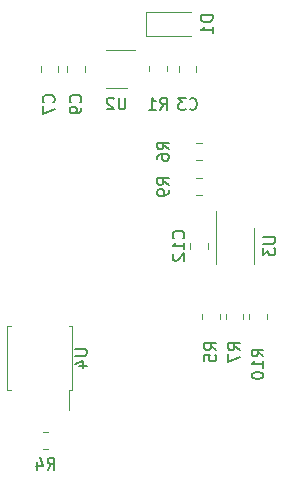
<source format=gbr>
G04 #@! TF.GenerationSoftware,KiCad,Pcbnew,(5.1.9)-1*
G04 #@! TF.CreationDate,2021-04-03T09:41:49-07:00*
G04 #@! TF.ProjectId,Avionics,4176696f-6e69-4637-932e-6b696361645f,rev?*
G04 #@! TF.SameCoordinates,Original*
G04 #@! TF.FileFunction,Legend,Bot*
G04 #@! TF.FilePolarity,Positive*
%FSLAX46Y46*%
G04 Gerber Fmt 4.6, Leading zero omitted, Abs format (unit mm)*
G04 Created by KiCad (PCBNEW (5.1.9)-1) date 2021-04-03 09:41:49*
%MOMM*%
%LPD*%
G01*
G04 APERTURE LIST*
%ADD10C,0.120000*%
%ADD11C,0.150000*%
G04 APERTURE END LIST*
D10*
X177490000Y-68240000D02*
X177490000Y-66240000D01*
X177490000Y-66240000D02*
X181340000Y-66240000D01*
X177490000Y-68240000D02*
X181340000Y-68240000D01*
X177795000Y-71237064D02*
X177795000Y-70782936D01*
X179265000Y-71237064D02*
X179265000Y-70782936D01*
X169227064Y-103235000D02*
X168772936Y-103235000D01*
X169227064Y-101765000D02*
X168772936Y-101765000D01*
X183735000Y-92227064D02*
X183735000Y-91772936D01*
X182265000Y-92227064D02*
X182265000Y-91772936D01*
X182227064Y-77265000D02*
X181772936Y-77265000D01*
X182227064Y-78735000D02*
X181772936Y-78735000D01*
X184265000Y-92227064D02*
X184265000Y-91772936D01*
X185735000Y-92227064D02*
X185735000Y-91772936D01*
X182227064Y-80265000D02*
X181772936Y-80265000D01*
X182227064Y-81735000D02*
X181772936Y-81735000D01*
X187735000Y-92227064D02*
X187735000Y-91772936D01*
X186265000Y-92227064D02*
X186265000Y-91772936D01*
X175900000Y-72610000D02*
X174100000Y-72610000D01*
X174100000Y-69390000D02*
X176550000Y-69390000D01*
X186610000Y-86000000D02*
X186610000Y-87500000D01*
X186610000Y-86000000D02*
X186610000Y-84500000D01*
X183390000Y-86000000D02*
X183390000Y-87500000D01*
X183390000Y-86000000D02*
X183390000Y-83075000D01*
X165775000Y-95500000D02*
X165775000Y-92750000D01*
X165775000Y-92750000D02*
X166035000Y-92750000D01*
X165775000Y-95500000D02*
X165775000Y-98250000D01*
X165775000Y-98250000D02*
X166035000Y-98250000D01*
X171225000Y-95500000D02*
X171225000Y-92750000D01*
X171225000Y-92750000D02*
X170965000Y-92750000D01*
X171225000Y-95500000D02*
X171225000Y-98250000D01*
X171225000Y-98250000D02*
X170965000Y-98250000D01*
X170965000Y-98250000D02*
X170965000Y-99900000D01*
X180295000Y-70768748D02*
X180295000Y-71291252D01*
X181765000Y-70768748D02*
X181765000Y-71291252D01*
X170045000Y-70748748D02*
X170045000Y-71271252D01*
X168575000Y-70748748D02*
X168575000Y-71271252D01*
X170845000Y-70748748D02*
X170845000Y-71271252D01*
X172315000Y-70748748D02*
X172315000Y-71271252D01*
X181265000Y-86261252D02*
X181265000Y-85738748D01*
X182735000Y-86261252D02*
X182735000Y-85738748D01*
D11*
X183142380Y-66501904D02*
X182142380Y-66501904D01*
X182142380Y-66740000D01*
X182190000Y-66882857D01*
X182285238Y-66978095D01*
X182380476Y-67025714D01*
X182570952Y-67073333D01*
X182713809Y-67073333D01*
X182904285Y-67025714D01*
X182999523Y-66978095D01*
X183094761Y-66882857D01*
X183142380Y-66740000D01*
X183142380Y-66501904D01*
X183142380Y-68025714D02*
X183142380Y-67454285D01*
X183142380Y-67740000D02*
X182142380Y-67740000D01*
X182285238Y-67644761D01*
X182380476Y-67549523D01*
X182428095Y-67454285D01*
X178696666Y-74462380D02*
X179030000Y-73986190D01*
X179268095Y-74462380D02*
X179268095Y-73462380D01*
X178887142Y-73462380D01*
X178791904Y-73510000D01*
X178744285Y-73557619D01*
X178696666Y-73652857D01*
X178696666Y-73795714D01*
X178744285Y-73890952D01*
X178791904Y-73938571D01*
X178887142Y-73986190D01*
X179268095Y-73986190D01*
X177744285Y-74462380D02*
X178315714Y-74462380D01*
X178030000Y-74462380D02*
X178030000Y-73462380D01*
X178125238Y-73605238D01*
X178220476Y-73700476D01*
X178315714Y-73748095D01*
X169166666Y-104952380D02*
X169500000Y-104476190D01*
X169738095Y-104952380D02*
X169738095Y-103952380D01*
X169357142Y-103952380D01*
X169261904Y-104000000D01*
X169214285Y-104047619D01*
X169166666Y-104142857D01*
X169166666Y-104285714D01*
X169214285Y-104380952D01*
X169261904Y-104428571D01*
X169357142Y-104476190D01*
X169738095Y-104476190D01*
X168309523Y-104285714D02*
X168309523Y-104952380D01*
X168547619Y-103904761D02*
X168785714Y-104619047D01*
X168166666Y-104619047D01*
X183452380Y-94833333D02*
X182976190Y-94500000D01*
X183452380Y-94261904D02*
X182452380Y-94261904D01*
X182452380Y-94642857D01*
X182500000Y-94738095D01*
X182547619Y-94785714D01*
X182642857Y-94833333D01*
X182785714Y-94833333D01*
X182880952Y-94785714D01*
X182928571Y-94738095D01*
X182976190Y-94642857D01*
X182976190Y-94261904D01*
X182452380Y-95738095D02*
X182452380Y-95261904D01*
X182928571Y-95214285D01*
X182880952Y-95261904D01*
X182833333Y-95357142D01*
X182833333Y-95595238D01*
X182880952Y-95690476D01*
X182928571Y-95738095D01*
X183023809Y-95785714D01*
X183261904Y-95785714D01*
X183357142Y-95738095D01*
X183404761Y-95690476D01*
X183452380Y-95595238D01*
X183452380Y-95357142D01*
X183404761Y-95261904D01*
X183357142Y-95214285D01*
X179452380Y-77833333D02*
X178976190Y-77500000D01*
X179452380Y-77261904D02*
X178452380Y-77261904D01*
X178452380Y-77642857D01*
X178500000Y-77738095D01*
X178547619Y-77785714D01*
X178642857Y-77833333D01*
X178785714Y-77833333D01*
X178880952Y-77785714D01*
X178928571Y-77738095D01*
X178976190Y-77642857D01*
X178976190Y-77261904D01*
X178452380Y-78690476D02*
X178452380Y-78500000D01*
X178500000Y-78404761D01*
X178547619Y-78357142D01*
X178690476Y-78261904D01*
X178880952Y-78214285D01*
X179261904Y-78214285D01*
X179357142Y-78261904D01*
X179404761Y-78309523D01*
X179452380Y-78404761D01*
X179452380Y-78595238D01*
X179404761Y-78690476D01*
X179357142Y-78738095D01*
X179261904Y-78785714D01*
X179023809Y-78785714D01*
X178928571Y-78738095D01*
X178880952Y-78690476D01*
X178833333Y-78595238D01*
X178833333Y-78404761D01*
X178880952Y-78309523D01*
X178928571Y-78261904D01*
X179023809Y-78214285D01*
X185452380Y-94833333D02*
X184976190Y-94500000D01*
X185452380Y-94261904D02*
X184452380Y-94261904D01*
X184452380Y-94642857D01*
X184500000Y-94738095D01*
X184547619Y-94785714D01*
X184642857Y-94833333D01*
X184785714Y-94833333D01*
X184880952Y-94785714D01*
X184928571Y-94738095D01*
X184976190Y-94642857D01*
X184976190Y-94261904D01*
X184452380Y-95166666D02*
X184452380Y-95833333D01*
X185452380Y-95404761D01*
X179452380Y-80833333D02*
X178976190Y-80500000D01*
X179452380Y-80261904D02*
X178452380Y-80261904D01*
X178452380Y-80642857D01*
X178500000Y-80738095D01*
X178547619Y-80785714D01*
X178642857Y-80833333D01*
X178785714Y-80833333D01*
X178880952Y-80785714D01*
X178928571Y-80738095D01*
X178976190Y-80642857D01*
X178976190Y-80261904D01*
X179452380Y-81309523D02*
X179452380Y-81500000D01*
X179404761Y-81595238D01*
X179357142Y-81642857D01*
X179214285Y-81738095D01*
X179023809Y-81785714D01*
X178642857Y-81785714D01*
X178547619Y-81738095D01*
X178500000Y-81690476D01*
X178452380Y-81595238D01*
X178452380Y-81404761D01*
X178500000Y-81309523D01*
X178547619Y-81261904D01*
X178642857Y-81214285D01*
X178880952Y-81214285D01*
X178976190Y-81261904D01*
X179023809Y-81309523D01*
X179071428Y-81404761D01*
X179071428Y-81595238D01*
X179023809Y-81690476D01*
X178976190Y-81738095D01*
X178880952Y-81785714D01*
X187452380Y-95357142D02*
X186976190Y-95023809D01*
X187452380Y-94785714D02*
X186452380Y-94785714D01*
X186452380Y-95166666D01*
X186500000Y-95261904D01*
X186547619Y-95309523D01*
X186642857Y-95357142D01*
X186785714Y-95357142D01*
X186880952Y-95309523D01*
X186928571Y-95261904D01*
X186976190Y-95166666D01*
X186976190Y-94785714D01*
X187452380Y-96309523D02*
X187452380Y-95738095D01*
X187452380Y-96023809D02*
X186452380Y-96023809D01*
X186595238Y-95928571D01*
X186690476Y-95833333D01*
X186738095Y-95738095D01*
X186452380Y-96928571D02*
X186452380Y-97023809D01*
X186500000Y-97119047D01*
X186547619Y-97166666D01*
X186642857Y-97214285D01*
X186833333Y-97261904D01*
X187071428Y-97261904D01*
X187261904Y-97214285D01*
X187357142Y-97166666D01*
X187404761Y-97119047D01*
X187452380Y-97023809D01*
X187452380Y-96928571D01*
X187404761Y-96833333D01*
X187357142Y-96785714D01*
X187261904Y-96738095D01*
X187071428Y-96690476D01*
X186833333Y-96690476D01*
X186642857Y-96738095D01*
X186547619Y-96785714D01*
X186500000Y-96833333D01*
X186452380Y-96928571D01*
X175761904Y-73452380D02*
X175761904Y-74261904D01*
X175714285Y-74357142D01*
X175666666Y-74404761D01*
X175571428Y-74452380D01*
X175380952Y-74452380D01*
X175285714Y-74404761D01*
X175238095Y-74357142D01*
X175190476Y-74261904D01*
X175190476Y-73452380D01*
X174761904Y-73547619D02*
X174714285Y-73500000D01*
X174619047Y-73452380D01*
X174380952Y-73452380D01*
X174285714Y-73500000D01*
X174238095Y-73547619D01*
X174190476Y-73642857D01*
X174190476Y-73738095D01*
X174238095Y-73880952D01*
X174809523Y-74452380D01*
X174190476Y-74452380D01*
X187452380Y-85238095D02*
X188261904Y-85238095D01*
X188357142Y-85285714D01*
X188404761Y-85333333D01*
X188452380Y-85428571D01*
X188452380Y-85619047D01*
X188404761Y-85714285D01*
X188357142Y-85761904D01*
X188261904Y-85809523D01*
X187452380Y-85809523D01*
X187452380Y-86190476D02*
X187452380Y-86809523D01*
X187833333Y-86476190D01*
X187833333Y-86619047D01*
X187880952Y-86714285D01*
X187928571Y-86761904D01*
X188023809Y-86809523D01*
X188261904Y-86809523D01*
X188357142Y-86761904D01*
X188404761Y-86714285D01*
X188452380Y-86619047D01*
X188452380Y-86333333D01*
X188404761Y-86238095D01*
X188357142Y-86190476D01*
X171512380Y-94738095D02*
X172321904Y-94738095D01*
X172417142Y-94785714D01*
X172464761Y-94833333D01*
X172512380Y-94928571D01*
X172512380Y-95119047D01*
X172464761Y-95214285D01*
X172417142Y-95261904D01*
X172321904Y-95309523D01*
X171512380Y-95309523D01*
X171845714Y-96214285D02*
X172512380Y-96214285D01*
X171464761Y-95976190D02*
X172179047Y-95738095D01*
X172179047Y-96357142D01*
X181196666Y-74387142D02*
X181244285Y-74434761D01*
X181387142Y-74482380D01*
X181482380Y-74482380D01*
X181625238Y-74434761D01*
X181720476Y-74339523D01*
X181768095Y-74244285D01*
X181815714Y-74053809D01*
X181815714Y-73910952D01*
X181768095Y-73720476D01*
X181720476Y-73625238D01*
X181625238Y-73530000D01*
X181482380Y-73482380D01*
X181387142Y-73482380D01*
X181244285Y-73530000D01*
X181196666Y-73577619D01*
X180863333Y-73482380D02*
X180244285Y-73482380D01*
X180577619Y-73863333D01*
X180434761Y-73863333D01*
X180339523Y-73910952D01*
X180291904Y-73958571D01*
X180244285Y-74053809D01*
X180244285Y-74291904D01*
X180291904Y-74387142D01*
X180339523Y-74434761D01*
X180434761Y-74482380D01*
X180720476Y-74482380D01*
X180815714Y-74434761D01*
X180863333Y-74387142D01*
X169667142Y-73843333D02*
X169714761Y-73795714D01*
X169762380Y-73652857D01*
X169762380Y-73557619D01*
X169714761Y-73414761D01*
X169619523Y-73319523D01*
X169524285Y-73271904D01*
X169333809Y-73224285D01*
X169190952Y-73224285D01*
X169000476Y-73271904D01*
X168905238Y-73319523D01*
X168810000Y-73414761D01*
X168762380Y-73557619D01*
X168762380Y-73652857D01*
X168810000Y-73795714D01*
X168857619Y-73843333D01*
X168762380Y-74176666D02*
X168762380Y-74843333D01*
X169762380Y-74414761D01*
X171937142Y-73843333D02*
X171984761Y-73795714D01*
X172032380Y-73652857D01*
X172032380Y-73557619D01*
X171984761Y-73414761D01*
X171889523Y-73319523D01*
X171794285Y-73271904D01*
X171603809Y-73224285D01*
X171460952Y-73224285D01*
X171270476Y-73271904D01*
X171175238Y-73319523D01*
X171080000Y-73414761D01*
X171032380Y-73557619D01*
X171032380Y-73652857D01*
X171080000Y-73795714D01*
X171127619Y-73843333D01*
X172032380Y-74319523D02*
X172032380Y-74510000D01*
X171984761Y-74605238D01*
X171937142Y-74652857D01*
X171794285Y-74748095D01*
X171603809Y-74795714D01*
X171222857Y-74795714D01*
X171127619Y-74748095D01*
X171080000Y-74700476D01*
X171032380Y-74605238D01*
X171032380Y-74414761D01*
X171080000Y-74319523D01*
X171127619Y-74271904D01*
X171222857Y-74224285D01*
X171460952Y-74224285D01*
X171556190Y-74271904D01*
X171603809Y-74319523D01*
X171651428Y-74414761D01*
X171651428Y-74605238D01*
X171603809Y-74700476D01*
X171556190Y-74748095D01*
X171460952Y-74795714D01*
X180657142Y-85357142D02*
X180704761Y-85309523D01*
X180752380Y-85166666D01*
X180752380Y-85071428D01*
X180704761Y-84928571D01*
X180609523Y-84833333D01*
X180514285Y-84785714D01*
X180323809Y-84738095D01*
X180180952Y-84738095D01*
X179990476Y-84785714D01*
X179895238Y-84833333D01*
X179800000Y-84928571D01*
X179752380Y-85071428D01*
X179752380Y-85166666D01*
X179800000Y-85309523D01*
X179847619Y-85357142D01*
X180752380Y-86309523D02*
X180752380Y-85738095D01*
X180752380Y-86023809D02*
X179752380Y-86023809D01*
X179895238Y-85928571D01*
X179990476Y-85833333D01*
X180038095Y-85738095D01*
X179847619Y-86690476D02*
X179800000Y-86738095D01*
X179752380Y-86833333D01*
X179752380Y-87071428D01*
X179800000Y-87166666D01*
X179847619Y-87214285D01*
X179942857Y-87261904D01*
X180038095Y-87261904D01*
X180180952Y-87214285D01*
X180752380Y-86642857D01*
X180752380Y-87261904D01*
M02*

</source>
